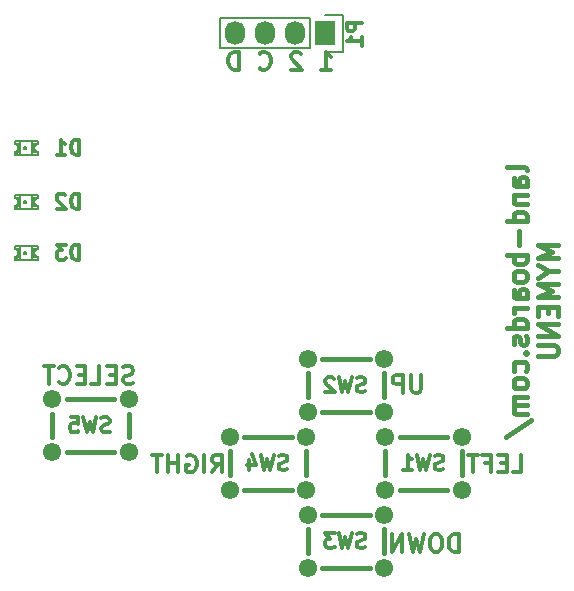
<source format=gbo>
%TF.GenerationSoftware,KiCad,Pcbnew,(6.0.1)*%
%TF.CreationDate,2022-06-07T12:31:47-04:00*%
%TF.ProjectId,MyMenu,4d794d65-6e75-42e6-9b69-6361645f7063,rev?*%
%TF.SameCoordinates,Original*%
%TF.FileFunction,Legend,Bot*%
%TF.FilePolarity,Positive*%
%FSLAX46Y46*%
G04 Gerber Fmt 4.6, Leading zero omitted, Abs format (unit mm)*
G04 Created by KiCad (PCBNEW (6.0.1)) date 2022-06-07 12:31:47*
%MOMM*%
%LPD*%
G01*
G04 APERTURE LIST*
%ADD10C,0.300000*%
%ADD11C,0.412750*%
%ADD12C,0.317500*%
%ADD13C,0.150000*%
%ADD14C,0.381000*%
%ADD15R,1.727200X2.032000*%
%ADD16O,1.727200X2.032000*%
%ADD17C,1.549400*%
G04 APERTURE END LIST*
D10*
X36484571Y-30928571D02*
X36484571Y-32142857D01*
X36413142Y-32285714D01*
X36341714Y-32357142D01*
X36198857Y-32428571D01*
X35913142Y-32428571D01*
X35770285Y-32357142D01*
X35698857Y-32285714D01*
X35627428Y-32142857D01*
X35627428Y-30928571D01*
X34913142Y-32428571D02*
X34913142Y-30928571D01*
X34341714Y-30928571D01*
X34198857Y-31000000D01*
X34127428Y-31071428D01*
X34056000Y-31214285D01*
X34056000Y-31428571D01*
X34127428Y-31571428D01*
X34198857Y-31642857D01*
X34341714Y-31714285D01*
X34913142Y-31714285D01*
X12092285Y-31619142D02*
X11878000Y-31690571D01*
X11520857Y-31690571D01*
X11378000Y-31619142D01*
X11306571Y-31547714D01*
X11235142Y-31404857D01*
X11235142Y-31262000D01*
X11306571Y-31119142D01*
X11378000Y-31047714D01*
X11520857Y-30976285D01*
X11806571Y-30904857D01*
X11949428Y-30833428D01*
X12020857Y-30762000D01*
X12092285Y-30619142D01*
X12092285Y-30476285D01*
X12020857Y-30333428D01*
X11949428Y-30262000D01*
X11806571Y-30190571D01*
X11449428Y-30190571D01*
X11235142Y-30262000D01*
X10592285Y-30904857D02*
X10092285Y-30904857D01*
X9878000Y-31690571D02*
X10592285Y-31690571D01*
X10592285Y-30190571D01*
X9878000Y-30190571D01*
X8520857Y-31690571D02*
X9235142Y-31690571D01*
X9235142Y-30190571D01*
X8020857Y-30904857D02*
X7520857Y-30904857D01*
X7306571Y-31690571D02*
X8020857Y-31690571D01*
X8020857Y-30190571D01*
X7306571Y-30190571D01*
X5806571Y-31547714D02*
X5878000Y-31619142D01*
X6092285Y-31690571D01*
X6235142Y-31690571D01*
X6449428Y-31619142D01*
X6592285Y-31476285D01*
X6663714Y-31333428D01*
X6735142Y-31047714D01*
X6735142Y-30833428D01*
X6663714Y-30547714D01*
X6592285Y-30404857D01*
X6449428Y-30262000D01*
X6235142Y-30190571D01*
X6092285Y-30190571D01*
X5878000Y-30262000D01*
X5806571Y-30333428D01*
X5378000Y-30190571D02*
X4520857Y-30190571D01*
X4949428Y-31690571D02*
X4949428Y-30190571D01*
X28011000Y-5071371D02*
X28868142Y-5071371D01*
X28439571Y-5071371D02*
X28439571Y-3571371D01*
X28582428Y-3785657D01*
X28725285Y-3928514D01*
X28868142Y-3999942D01*
X26296714Y-3714228D02*
X26225285Y-3642800D01*
X26082428Y-3571371D01*
X25725285Y-3571371D01*
X25582428Y-3642800D01*
X25511000Y-3714228D01*
X25439571Y-3857085D01*
X25439571Y-3999942D01*
X25511000Y-4214228D01*
X26368142Y-5071371D01*
X25439571Y-5071371D01*
X22796714Y-4928514D02*
X22868142Y-4999942D01*
X23082428Y-5071371D01*
X23225285Y-5071371D01*
X23439571Y-4999942D01*
X23582428Y-4857085D01*
X23653857Y-4714228D01*
X23725285Y-4428514D01*
X23725285Y-4214228D01*
X23653857Y-3928514D01*
X23582428Y-3785657D01*
X23439571Y-3642800D01*
X23225285Y-3571371D01*
X23082428Y-3571371D01*
X22868142Y-3642800D01*
X22796714Y-3714228D01*
X21011000Y-5071371D02*
X21011000Y-3571371D01*
X20653857Y-3571371D01*
X20439571Y-3642800D01*
X20296714Y-3785657D01*
X20225285Y-3928514D01*
X20153857Y-4214228D01*
X20153857Y-4428514D01*
X20225285Y-4714228D01*
X20296714Y-4857085D01*
X20439571Y-4999942D01*
X20653857Y-5071371D01*
X21011000Y-5071371D01*
X39647428Y-45914571D02*
X39647428Y-44414571D01*
X39290285Y-44414571D01*
X39076000Y-44486000D01*
X38933142Y-44628857D01*
X38861714Y-44771714D01*
X38790285Y-45057428D01*
X38790285Y-45271714D01*
X38861714Y-45557428D01*
X38933142Y-45700285D01*
X39076000Y-45843142D01*
X39290285Y-45914571D01*
X39647428Y-45914571D01*
X37861714Y-44414571D02*
X37576000Y-44414571D01*
X37433142Y-44486000D01*
X37290285Y-44628857D01*
X37218857Y-44914571D01*
X37218857Y-45414571D01*
X37290285Y-45700285D01*
X37433142Y-45843142D01*
X37576000Y-45914571D01*
X37861714Y-45914571D01*
X38004571Y-45843142D01*
X38147428Y-45700285D01*
X38218857Y-45414571D01*
X38218857Y-44914571D01*
X38147428Y-44628857D01*
X38004571Y-44486000D01*
X37861714Y-44414571D01*
X36718857Y-44414571D02*
X36361714Y-45914571D01*
X36076000Y-44843142D01*
X35790285Y-45914571D01*
X35433142Y-44414571D01*
X34861714Y-45914571D02*
X34861714Y-44414571D01*
X34004571Y-45914571D01*
X34004571Y-44414571D01*
X18760000Y-39183571D02*
X19260000Y-38469285D01*
X19617142Y-39183571D02*
X19617142Y-37683571D01*
X19045714Y-37683571D01*
X18902857Y-37755000D01*
X18831428Y-37826428D01*
X18760000Y-37969285D01*
X18760000Y-38183571D01*
X18831428Y-38326428D01*
X18902857Y-38397857D01*
X19045714Y-38469285D01*
X19617142Y-38469285D01*
X18117142Y-39183571D02*
X18117142Y-37683571D01*
X16617142Y-37755000D02*
X16760000Y-37683571D01*
X16974285Y-37683571D01*
X17188571Y-37755000D01*
X17331428Y-37897857D01*
X17402857Y-38040714D01*
X17474285Y-38326428D01*
X17474285Y-38540714D01*
X17402857Y-38826428D01*
X17331428Y-38969285D01*
X17188571Y-39112142D01*
X16974285Y-39183571D01*
X16831428Y-39183571D01*
X16617142Y-39112142D01*
X16545714Y-39040714D01*
X16545714Y-38540714D01*
X16831428Y-38540714D01*
X15902857Y-39183571D02*
X15902857Y-37683571D01*
X15902857Y-38397857D02*
X15045714Y-38397857D01*
X15045714Y-39183571D02*
X15045714Y-37683571D01*
X14545714Y-37683571D02*
X13688571Y-37683571D01*
X14117142Y-39183571D02*
X14117142Y-37683571D01*
X44223571Y-39183571D02*
X44937857Y-39183571D01*
X44937857Y-37683571D01*
X43723571Y-38397857D02*
X43223571Y-38397857D01*
X43009285Y-39183571D02*
X43723571Y-39183571D01*
X43723571Y-37683571D01*
X43009285Y-37683571D01*
X41866428Y-38397857D02*
X42366428Y-38397857D01*
X42366428Y-39183571D02*
X42366428Y-37683571D01*
X41652142Y-37683571D01*
X41295000Y-37683571D02*
X40437857Y-37683571D01*
X40866428Y-39183571D02*
X40866428Y-37683571D01*
D11*
X45391825Y-13592023D02*
X45313206Y-13434785D01*
X45155968Y-13356166D01*
X43740825Y-13356166D01*
X45391825Y-14928547D02*
X44527016Y-14928547D01*
X44369778Y-14849928D01*
X44291159Y-14692690D01*
X44291159Y-14378214D01*
X44369778Y-14220976D01*
X45313206Y-14928547D02*
X45391825Y-14771309D01*
X45391825Y-14378214D01*
X45313206Y-14220976D01*
X45155968Y-14142357D01*
X44998730Y-14142357D01*
X44841492Y-14220976D01*
X44762873Y-14378214D01*
X44762873Y-14771309D01*
X44684254Y-14928547D01*
X44291159Y-15714738D02*
X45391825Y-15714738D01*
X44448397Y-15714738D02*
X44369778Y-15793357D01*
X44291159Y-15950595D01*
X44291159Y-16186452D01*
X44369778Y-16343690D01*
X44527016Y-16422309D01*
X45391825Y-16422309D01*
X45391825Y-17916071D02*
X43740825Y-17916071D01*
X45313206Y-17916071D02*
X45391825Y-17758833D01*
X45391825Y-17444357D01*
X45313206Y-17287119D01*
X45234587Y-17208499D01*
X45077349Y-17129880D01*
X44605635Y-17129880D01*
X44448397Y-17208499D01*
X44369778Y-17287119D01*
X44291159Y-17444357D01*
X44291159Y-17758833D01*
X44369778Y-17916071D01*
X44762873Y-18702261D02*
X44762873Y-19960166D01*
X45391825Y-20746357D02*
X43740825Y-20746357D01*
X44369778Y-20746357D02*
X44291159Y-20903595D01*
X44291159Y-21218071D01*
X44369778Y-21375309D01*
X44448397Y-21453928D01*
X44605635Y-21532547D01*
X45077349Y-21532547D01*
X45234587Y-21453928D01*
X45313206Y-21375309D01*
X45391825Y-21218071D01*
X45391825Y-20903595D01*
X45313206Y-20746357D01*
X45391825Y-22475976D02*
X45313206Y-22318738D01*
X45234587Y-22240119D01*
X45077349Y-22161499D01*
X44605635Y-22161499D01*
X44448397Y-22240119D01*
X44369778Y-22318738D01*
X44291159Y-22475976D01*
X44291159Y-22711833D01*
X44369778Y-22869071D01*
X44448397Y-22947690D01*
X44605635Y-23026309D01*
X45077349Y-23026309D01*
X45234587Y-22947690D01*
X45313206Y-22869071D01*
X45391825Y-22711833D01*
X45391825Y-22475976D01*
X45391825Y-24441452D02*
X44527016Y-24441452D01*
X44369778Y-24362833D01*
X44291159Y-24205595D01*
X44291159Y-23891119D01*
X44369778Y-23733880D01*
X45313206Y-24441452D02*
X45391825Y-24284214D01*
X45391825Y-23891119D01*
X45313206Y-23733880D01*
X45155968Y-23655261D01*
X44998730Y-23655261D01*
X44841492Y-23733880D01*
X44762873Y-23891119D01*
X44762873Y-24284214D01*
X44684254Y-24441452D01*
X45391825Y-25227642D02*
X44291159Y-25227642D01*
X44605635Y-25227642D02*
X44448397Y-25306261D01*
X44369778Y-25384880D01*
X44291159Y-25542119D01*
X44291159Y-25699357D01*
X45391825Y-26957261D02*
X43740825Y-26957261D01*
X45313206Y-26957261D02*
X45391825Y-26800023D01*
X45391825Y-26485547D01*
X45313206Y-26328309D01*
X45234587Y-26249690D01*
X45077349Y-26171071D01*
X44605635Y-26171071D01*
X44448397Y-26249690D01*
X44369778Y-26328309D01*
X44291159Y-26485547D01*
X44291159Y-26800023D01*
X44369778Y-26957261D01*
X45313206Y-27664833D02*
X45391825Y-27822071D01*
X45391825Y-28136547D01*
X45313206Y-28293785D01*
X45155968Y-28372404D01*
X45077349Y-28372404D01*
X44920111Y-28293785D01*
X44841492Y-28136547D01*
X44841492Y-27900690D01*
X44762873Y-27743452D01*
X44605635Y-27664833D01*
X44527016Y-27664833D01*
X44369778Y-27743452D01*
X44291159Y-27900690D01*
X44291159Y-28136547D01*
X44369778Y-28293785D01*
X45234587Y-29079976D02*
X45313206Y-29158595D01*
X45391825Y-29079976D01*
X45313206Y-29001357D01*
X45234587Y-29079976D01*
X45391825Y-29079976D01*
X45313206Y-30573738D02*
X45391825Y-30416499D01*
X45391825Y-30102023D01*
X45313206Y-29944785D01*
X45234587Y-29866166D01*
X45077349Y-29787547D01*
X44605635Y-29787547D01*
X44448397Y-29866166D01*
X44369778Y-29944785D01*
X44291159Y-30102023D01*
X44291159Y-30416499D01*
X44369778Y-30573738D01*
X45391825Y-31517166D02*
X45313206Y-31359928D01*
X45234587Y-31281309D01*
X45077349Y-31202690D01*
X44605635Y-31202690D01*
X44448397Y-31281309D01*
X44369778Y-31359928D01*
X44291159Y-31517166D01*
X44291159Y-31753023D01*
X44369778Y-31910261D01*
X44448397Y-31988880D01*
X44605635Y-32067499D01*
X45077349Y-32067499D01*
X45234587Y-31988880D01*
X45313206Y-31910261D01*
X45391825Y-31753023D01*
X45391825Y-31517166D01*
X45391825Y-32775071D02*
X44291159Y-32775071D01*
X44448397Y-32775071D02*
X44369778Y-32853690D01*
X44291159Y-33010928D01*
X44291159Y-33246785D01*
X44369778Y-33404023D01*
X44527016Y-33482642D01*
X45391825Y-33482642D01*
X44527016Y-33482642D02*
X44369778Y-33561261D01*
X44291159Y-33718499D01*
X44291159Y-33954357D01*
X44369778Y-34111595D01*
X44527016Y-34190214D01*
X45391825Y-34190214D01*
X43662206Y-36155690D02*
X45784921Y-34740547D01*
X48049935Y-19960166D02*
X46398935Y-19960166D01*
X47578221Y-20510500D01*
X46398935Y-21060833D01*
X48049935Y-21060833D01*
X47263745Y-22161500D02*
X48049935Y-22161500D01*
X46398935Y-21611166D02*
X47263745Y-22161500D01*
X46398935Y-22711833D01*
X48049935Y-23262166D02*
X46398935Y-23262166D01*
X47578221Y-23812500D01*
X46398935Y-24362833D01*
X48049935Y-24362833D01*
X47185126Y-25149023D02*
X47185126Y-25699357D01*
X48049935Y-25935214D02*
X48049935Y-25149023D01*
X46398935Y-25149023D01*
X46398935Y-25935214D01*
X48049935Y-26642785D02*
X46398935Y-26642785D01*
X48049935Y-27586214D01*
X46398935Y-27586214D01*
X46398935Y-28372404D02*
X47735459Y-28372404D01*
X47892697Y-28451023D01*
X47971316Y-28529642D01*
X48049935Y-28686880D01*
X48049935Y-29001357D01*
X47971316Y-29158595D01*
X47892697Y-29237214D01*
X47735459Y-29315833D01*
X46398935Y-29315833D01*
D12*
%TO.C,P1*%
X31456923Y-1118619D02*
X30186923Y-1118619D01*
X30186923Y-1602428D01*
X30247400Y-1723380D01*
X30307876Y-1783857D01*
X30428828Y-1844333D01*
X30610257Y-1844333D01*
X30731209Y-1783857D01*
X30791685Y-1723380D01*
X30852161Y-1602428D01*
X30852161Y-1118619D01*
X31456923Y-3053857D02*
X31456923Y-2328142D01*
X31456923Y-2691000D02*
X30186923Y-2691000D01*
X30368352Y-2570047D01*
X30489304Y-2449095D01*
X30549780Y-2328142D01*
%TO.C,SW1*%
X38342533Y-38914047D02*
X38161104Y-38974523D01*
X37858723Y-38974523D01*
X37737771Y-38914047D01*
X37677295Y-38853571D01*
X37616819Y-38732619D01*
X37616819Y-38611666D01*
X37677295Y-38490714D01*
X37737771Y-38430238D01*
X37858723Y-38369761D01*
X38100628Y-38309285D01*
X38221580Y-38248809D01*
X38282057Y-38188333D01*
X38342533Y-38067380D01*
X38342533Y-37946428D01*
X38282057Y-37825476D01*
X38221580Y-37765000D01*
X38100628Y-37704523D01*
X37798247Y-37704523D01*
X37616819Y-37765000D01*
X37193485Y-37704523D02*
X36891104Y-38974523D01*
X36649200Y-38067380D01*
X36407295Y-38974523D01*
X36104914Y-37704523D01*
X34955866Y-38974523D02*
X35681580Y-38974523D01*
X35318723Y-38974523D02*
X35318723Y-37704523D01*
X35439676Y-37885952D01*
X35560628Y-38006904D01*
X35681580Y-38067380D01*
%TO.C,SW2*%
X31742533Y-32314047D02*
X31561104Y-32374523D01*
X31258723Y-32374523D01*
X31137771Y-32314047D01*
X31077295Y-32253571D01*
X31016819Y-32132619D01*
X31016819Y-32011666D01*
X31077295Y-31890714D01*
X31137771Y-31830238D01*
X31258723Y-31769761D01*
X31500628Y-31709285D01*
X31621580Y-31648809D01*
X31682057Y-31588333D01*
X31742533Y-31467380D01*
X31742533Y-31346428D01*
X31682057Y-31225476D01*
X31621580Y-31165000D01*
X31500628Y-31104523D01*
X31198247Y-31104523D01*
X31016819Y-31165000D01*
X30593485Y-31104523D02*
X30291104Y-32374523D01*
X30049199Y-31467380D01*
X29807295Y-32374523D01*
X29504914Y-31104523D01*
X29081580Y-31225476D02*
X29021104Y-31165000D01*
X28900152Y-31104523D01*
X28597771Y-31104523D01*
X28476819Y-31165000D01*
X28416342Y-31225476D01*
X28355866Y-31346428D01*
X28355866Y-31467380D01*
X28416342Y-31648809D01*
X29142057Y-32374523D01*
X28355866Y-32374523D01*
%TO.C,SW3*%
X31742533Y-45514047D02*
X31561104Y-45574523D01*
X31258723Y-45574523D01*
X31137771Y-45514047D01*
X31077295Y-45453571D01*
X31016819Y-45332619D01*
X31016819Y-45211666D01*
X31077295Y-45090714D01*
X31137771Y-45030238D01*
X31258723Y-44969761D01*
X31500628Y-44909285D01*
X31621580Y-44848809D01*
X31682057Y-44788333D01*
X31742533Y-44667380D01*
X31742533Y-44546428D01*
X31682057Y-44425476D01*
X31621580Y-44365000D01*
X31500628Y-44304523D01*
X31198247Y-44304523D01*
X31016819Y-44365000D01*
X30593485Y-44304523D02*
X30291104Y-45574523D01*
X30049199Y-44667380D01*
X29807295Y-45574523D01*
X29504914Y-44304523D01*
X29142057Y-44304523D02*
X28355866Y-44304523D01*
X28779199Y-44788333D01*
X28597771Y-44788333D01*
X28476819Y-44848809D01*
X28416342Y-44909285D01*
X28355866Y-45030238D01*
X28355866Y-45332619D01*
X28416342Y-45453571D01*
X28476819Y-45514047D01*
X28597771Y-45574523D01*
X28960628Y-45574523D01*
X29081580Y-45514047D01*
X29142057Y-45453571D01*
%TO.C,SW4*%
X25142533Y-38914047D02*
X24961104Y-38974523D01*
X24658723Y-38974523D01*
X24537771Y-38914047D01*
X24477295Y-38853571D01*
X24416819Y-38732619D01*
X24416819Y-38611666D01*
X24477295Y-38490714D01*
X24537771Y-38430238D01*
X24658723Y-38369761D01*
X24900628Y-38309285D01*
X25021580Y-38248809D01*
X25082057Y-38188333D01*
X25142533Y-38067380D01*
X25142533Y-37946428D01*
X25082057Y-37825476D01*
X25021580Y-37765000D01*
X24900628Y-37704523D01*
X24598247Y-37704523D01*
X24416819Y-37765000D01*
X23993485Y-37704523D02*
X23691104Y-38974523D01*
X23449199Y-38067380D01*
X23207295Y-38974523D01*
X22904914Y-37704523D01*
X21876819Y-38127857D02*
X21876819Y-38974523D01*
X22179199Y-37644047D02*
X22481580Y-38551190D01*
X21695390Y-38551190D01*
%TO.C,SW5*%
X10118533Y-35714047D02*
X9937104Y-35774523D01*
X9634723Y-35774523D01*
X9513771Y-35714047D01*
X9453295Y-35653571D01*
X9392819Y-35532619D01*
X9392819Y-35411666D01*
X9453295Y-35290714D01*
X9513771Y-35230238D01*
X9634723Y-35169761D01*
X9876628Y-35109285D01*
X9997580Y-35048809D01*
X10058057Y-34988333D01*
X10118533Y-34867380D01*
X10118533Y-34746428D01*
X10058057Y-34625476D01*
X9997580Y-34565000D01*
X9876628Y-34504523D01*
X9574247Y-34504523D01*
X9392819Y-34565000D01*
X8969485Y-34504523D02*
X8667104Y-35774523D01*
X8425200Y-34867380D01*
X8183295Y-35774523D01*
X7880914Y-34504523D01*
X6792342Y-34504523D02*
X7397104Y-34504523D01*
X7457580Y-35109285D01*
X7397104Y-35048809D01*
X7276152Y-34988333D01*
X6973771Y-34988333D01*
X6852819Y-35048809D01*
X6792342Y-35109285D01*
X6731866Y-35230238D01*
X6731866Y-35532619D01*
X6792342Y-35653571D01*
X6852819Y-35714047D01*
X6973771Y-35774523D01*
X7276152Y-35774523D01*
X7397104Y-35714047D01*
X7457580Y-35653571D01*
%TO.C,D1*%
X7541380Y-12282523D02*
X7541380Y-11012523D01*
X7239000Y-11012523D01*
X7057571Y-11073000D01*
X6936619Y-11193952D01*
X6876142Y-11314904D01*
X6815666Y-11556809D01*
X6815666Y-11738238D01*
X6876142Y-11980142D01*
X6936619Y-12101095D01*
X7057571Y-12222047D01*
X7239000Y-12282523D01*
X7541380Y-12282523D01*
X5606142Y-12282523D02*
X6331857Y-12282523D01*
X5969000Y-12282523D02*
X5969000Y-11012523D01*
X6089952Y-11193952D01*
X6210904Y-11314904D01*
X6331857Y-11375380D01*
%TO.C,D2*%
X7537380Y-16854523D02*
X7537380Y-15584523D01*
X7235000Y-15584523D01*
X7053571Y-15645000D01*
X6932619Y-15765952D01*
X6872142Y-15886904D01*
X6811666Y-16128809D01*
X6811666Y-16310238D01*
X6872142Y-16552142D01*
X6932619Y-16673095D01*
X7053571Y-16794047D01*
X7235000Y-16854523D01*
X7537380Y-16854523D01*
X6327857Y-15705476D02*
X6267380Y-15645000D01*
X6146428Y-15584523D01*
X5844047Y-15584523D01*
X5723095Y-15645000D01*
X5662619Y-15705476D01*
X5602142Y-15826428D01*
X5602142Y-15947380D01*
X5662619Y-16128809D01*
X6388333Y-16854523D01*
X5602142Y-16854523D01*
%TO.C,D3*%
X7541380Y-21172523D02*
X7541380Y-19902523D01*
X7239000Y-19902523D01*
X7057571Y-19963000D01*
X6936619Y-20083952D01*
X6876142Y-20204904D01*
X6815666Y-20446809D01*
X6815666Y-20628238D01*
X6876142Y-20870142D01*
X6936619Y-20991095D01*
X7057571Y-21112047D01*
X7239000Y-21172523D01*
X7541380Y-21172523D01*
X6392333Y-19902523D02*
X5606142Y-19902523D01*
X6029476Y-20386333D01*
X5848047Y-20386333D01*
X5727095Y-20446809D01*
X5666619Y-20507285D01*
X5606142Y-20628238D01*
X5606142Y-20930619D01*
X5666619Y-21051571D01*
X5727095Y-21112047D01*
X5848047Y-21172523D01*
X6210904Y-21172523D01*
X6331857Y-21112047D01*
X6392333Y-21051571D01*
D13*
%TO.C,P1*%
X28310000Y-3550000D02*
X29860000Y-3550000D01*
X27040000Y-3270000D02*
X19420000Y-3270000D01*
X27040000Y-730000D02*
X19420000Y-730000D01*
X29860000Y-3550000D02*
X29860000Y-450000D01*
X27040000Y-730000D02*
X27040000Y-3270000D01*
X29860000Y-450000D02*
X28310000Y-450000D01*
X19420000Y-3270000D02*
X19420000Y-730000D01*
D14*
%TO.C,SW1*%
X38698980Y-36149560D02*
X34701020Y-36149560D01*
X33448800Y-39149300D02*
X33448800Y-39400760D01*
X38698980Y-40650440D02*
X34701020Y-40650440D01*
X39951200Y-37399240D02*
X39951200Y-39400760D01*
X33448800Y-37399240D02*
X33448800Y-39149300D01*
%TO.C,SW2*%
X32098980Y-29549560D02*
X28101020Y-29549560D01*
X26848800Y-30799240D02*
X26848800Y-32549300D01*
X33351200Y-30799240D02*
X33351200Y-32800760D01*
X32098980Y-34050440D02*
X28101020Y-34050440D01*
X26848800Y-32549300D02*
X26848800Y-32800760D01*
%TO.C,SW3*%
X33351200Y-43999240D02*
X33351200Y-46000760D01*
X26848800Y-45749300D02*
X26848800Y-46000760D01*
X32098980Y-47250440D02*
X28101020Y-47250440D01*
X26848800Y-43999240D02*
X26848800Y-45749300D01*
X32098980Y-42749560D02*
X28101020Y-42749560D01*
%TO.C,SW4*%
X20248800Y-37399240D02*
X20248800Y-39149300D01*
X25498980Y-40650440D02*
X21501020Y-40650440D01*
X25498980Y-36149560D02*
X21501020Y-36149560D01*
X20248800Y-39149300D02*
X20248800Y-39400760D01*
X26751200Y-37399240D02*
X26751200Y-39400760D01*
%TO.C,SW5*%
X5224800Y-35949300D02*
X5224800Y-36200760D01*
X10474980Y-37450440D02*
X6477020Y-37450440D01*
X5224800Y-34199240D02*
X5224800Y-35949300D01*
X10474980Y-32949560D02*
X6477020Y-32949560D01*
X11727200Y-34199240D02*
X11727200Y-36200760D01*
D13*
%TO.C,D1*%
X2546160Y-11385420D02*
X2294700Y-11385420D01*
X3541840Y-12030580D02*
X3541840Y-11880720D01*
X2546160Y-11906120D02*
X2546160Y-11509880D01*
X2546160Y-11408280D02*
X2045780Y-11408280D01*
X2546160Y-11906120D02*
X2370900Y-11906120D01*
X4042220Y-11083160D02*
X3541840Y-11083160D01*
X2546160Y-12307440D02*
X2246440Y-12307440D01*
X3044000Y-11807060D02*
X2845880Y-11807060D01*
X2546160Y-11083160D02*
X2045780Y-11083160D01*
X3793300Y-11535280D02*
X3541840Y-11535280D01*
X3541840Y-11408280D02*
X3541840Y-11083160D01*
X2546160Y-12030580D02*
X2294700Y-12030580D01*
X2246440Y-12307440D02*
X2246440Y-12007720D01*
X4042220Y-12007720D02*
X3541840Y-12007720D01*
X4042220Y-12332840D02*
X4042220Y-12007720D01*
X2546160Y-11880720D02*
X2294700Y-11880720D01*
X3793300Y-12030580D02*
X3541840Y-12030580D01*
X3541840Y-11535280D02*
X3541840Y-11385420D01*
X2546160Y-11509880D02*
X2370900Y-11509880D01*
X2370900Y-11906120D02*
X2370900Y-11509880D01*
X2294700Y-11535280D02*
X2294700Y-11385420D01*
X3793300Y-11535280D02*
X3793300Y-11385420D01*
X3717100Y-11906120D02*
X3717100Y-11509880D01*
X2546160Y-12307440D02*
X2546160Y-12007720D01*
X3717100Y-11906120D02*
X3541840Y-11906120D01*
X3793300Y-11880720D02*
X3541840Y-11880720D01*
X2045780Y-12332840D02*
X2045780Y-12106780D01*
X2546160Y-12007720D02*
X2246440Y-12007720D01*
X2546160Y-11535280D02*
X2546160Y-11385420D01*
X2520760Y-11133960D02*
X3567240Y-11133960D01*
X3717100Y-11509880D02*
X3541840Y-11509880D01*
X3541840Y-11906120D02*
X3541840Y-11509880D01*
X2119440Y-12332840D02*
X2045780Y-12332840D01*
X2845880Y-11807060D02*
X2845880Y-11608940D01*
X2045780Y-11408280D02*
X2045780Y-11083160D01*
X4042220Y-12332840D02*
X3541840Y-12332840D01*
X2119440Y-12106780D02*
X2045780Y-12106780D01*
X3044000Y-11807060D02*
X3044000Y-11608940D01*
X2546160Y-12030580D02*
X2546160Y-11880720D01*
X4042220Y-11408280D02*
X3541840Y-11408280D01*
X3044000Y-11608940D02*
X2845880Y-11608940D01*
X2546160Y-11408280D02*
X2546160Y-11083160D01*
X3793300Y-11385420D02*
X3541840Y-11385420D01*
X3541840Y-12282040D02*
X2119440Y-12282040D01*
X3541840Y-12332840D02*
X3541840Y-12007720D01*
X4042220Y-11408280D02*
X4042220Y-11083160D01*
X2546160Y-11535280D02*
X2294700Y-11535280D01*
X2119440Y-12332840D02*
X2119440Y-12106780D01*
X3793300Y-12030580D02*
X3793300Y-11880720D01*
X2294700Y-12030580D02*
X2294700Y-11880720D01*
X4042220Y-11360020D02*
G75*
G03*
X4042220Y-12055980I0J-347980D01*
G01*
X2045780Y-12055980D02*
G75*
G03*
X2045780Y-11360020I0J347980D01*
G01*
X2267482Y-12157580D02*
G75*
G03*
X2267482Y-12157580I-71842J0D01*
G01*
%TO.C,D2*%
X2546160Y-16452720D02*
X2294700Y-16452720D01*
X3793300Y-16602580D02*
X3541840Y-16602580D01*
X3541840Y-16854040D02*
X2119440Y-16854040D01*
X3717100Y-16478120D02*
X3717100Y-16081880D01*
X2520760Y-15705960D02*
X3567240Y-15705960D01*
X3044000Y-16180940D02*
X2845880Y-16180940D01*
X3793300Y-16452720D02*
X3541840Y-16452720D01*
X2370900Y-16478120D02*
X2370900Y-16081880D01*
X4042220Y-15655160D02*
X3541840Y-15655160D01*
X3793300Y-15957420D02*
X3541840Y-15957420D01*
X2294700Y-16602580D02*
X2294700Y-16452720D01*
X2546160Y-16107280D02*
X2546160Y-15957420D01*
X3541840Y-15980280D02*
X3541840Y-15655160D01*
X4042220Y-16579720D02*
X3541840Y-16579720D01*
X2546160Y-15957420D02*
X2294700Y-15957420D01*
X2546160Y-15980280D02*
X2045780Y-15980280D01*
X3044000Y-16379060D02*
X2845880Y-16379060D01*
X2546160Y-16602580D02*
X2294700Y-16602580D01*
X3717100Y-16478120D02*
X3541840Y-16478120D01*
X3541840Y-16904840D02*
X3541840Y-16579720D01*
X4042220Y-15980280D02*
X3541840Y-15980280D01*
X3793300Y-16107280D02*
X3541840Y-16107280D01*
X4042220Y-16904840D02*
X4042220Y-16579720D01*
X4042220Y-16904840D02*
X3541840Y-16904840D01*
X2546160Y-15655160D02*
X2045780Y-15655160D01*
X3541840Y-16478120D02*
X3541840Y-16081880D01*
X4042220Y-15980280D02*
X4042220Y-15655160D01*
X3541840Y-16602580D02*
X3541840Y-16452720D01*
X2546160Y-16478120D02*
X2546160Y-16081880D01*
X2546160Y-16879440D02*
X2546160Y-16579720D01*
X3717100Y-16081880D02*
X3541840Y-16081880D01*
X2119440Y-16904840D02*
X2045780Y-16904840D01*
X3044000Y-16379060D02*
X3044000Y-16180940D01*
X3541840Y-16107280D02*
X3541840Y-15957420D01*
X2546160Y-16879440D02*
X2246440Y-16879440D01*
X2546160Y-16579720D02*
X2246440Y-16579720D01*
X2246440Y-16879440D02*
X2246440Y-16579720D01*
X2119440Y-16904840D02*
X2119440Y-16678780D01*
X2546160Y-16107280D02*
X2294700Y-16107280D01*
X2546160Y-15980280D02*
X2546160Y-15655160D01*
X2045780Y-15980280D02*
X2045780Y-15655160D01*
X2045780Y-16904840D02*
X2045780Y-16678780D01*
X2546160Y-16478120D02*
X2370900Y-16478120D01*
X2546160Y-16602580D02*
X2546160Y-16452720D01*
X3793300Y-16602580D02*
X3793300Y-16452720D01*
X2119440Y-16678780D02*
X2045780Y-16678780D01*
X3793300Y-16107280D02*
X3793300Y-15957420D01*
X2546160Y-16081880D02*
X2370900Y-16081880D01*
X2294700Y-16107280D02*
X2294700Y-15957420D01*
X2845880Y-16379060D02*
X2845880Y-16180940D01*
X2045780Y-16627980D02*
G75*
G03*
X2045780Y-15932020I0J347980D01*
G01*
X4042220Y-15932020D02*
G75*
G03*
X4042220Y-16627980I0J-347980D01*
G01*
X2267482Y-16729580D02*
G75*
G03*
X2267482Y-16729580I-71842J0D01*
G01*
%TO.C,D3*%
X2845880Y-20697060D02*
X2845880Y-20498940D01*
X2546160Y-20298280D02*
X2045780Y-20298280D01*
X3541840Y-21172040D02*
X2119440Y-21172040D01*
X3793300Y-20275420D02*
X3541840Y-20275420D01*
X3541840Y-20920580D02*
X3541840Y-20770720D01*
X2370900Y-20796120D02*
X2370900Y-20399880D01*
X2546160Y-20770720D02*
X2294700Y-20770720D01*
X3793300Y-20920580D02*
X3793300Y-20770720D01*
X2546160Y-20796120D02*
X2546160Y-20399880D01*
X2119440Y-21222840D02*
X2045780Y-21222840D01*
X3044000Y-20498940D02*
X2845880Y-20498940D01*
X3541840Y-20298280D02*
X3541840Y-19973160D01*
X2246440Y-21197440D02*
X2246440Y-20897720D01*
X3793300Y-20425280D02*
X3541840Y-20425280D01*
X3541840Y-20425280D02*
X3541840Y-20275420D01*
X2045780Y-21222840D02*
X2045780Y-20996780D01*
X4042220Y-21222840D02*
X4042220Y-20897720D01*
X3717100Y-20399880D02*
X3541840Y-20399880D01*
X3044000Y-20697060D02*
X3044000Y-20498940D01*
X4042220Y-19973160D02*
X3541840Y-19973160D01*
X2546160Y-20897720D02*
X2246440Y-20897720D01*
X2546160Y-20275420D02*
X2294700Y-20275420D01*
X2119440Y-21222840D02*
X2119440Y-20996780D01*
X3793300Y-20770720D02*
X3541840Y-20770720D01*
X3717100Y-20796120D02*
X3541840Y-20796120D01*
X2546160Y-20425280D02*
X2294700Y-20425280D01*
X2546160Y-20920580D02*
X2294700Y-20920580D01*
X4042220Y-20298280D02*
X4042220Y-19973160D01*
X2546160Y-21197440D02*
X2246440Y-21197440D01*
X2546160Y-20298280D02*
X2546160Y-19973160D01*
X4042220Y-20897720D02*
X3541840Y-20897720D01*
X3541840Y-20796120D02*
X3541840Y-20399880D01*
X2546160Y-20796120D02*
X2370900Y-20796120D01*
X2045780Y-20298280D02*
X2045780Y-19973160D01*
X2546160Y-20425280D02*
X2546160Y-20275420D01*
X3541840Y-21222840D02*
X3541840Y-20897720D01*
X2546160Y-20920580D02*
X2546160Y-20770720D01*
X3793300Y-20920580D02*
X3541840Y-20920580D01*
X2119440Y-20996780D02*
X2045780Y-20996780D01*
X2546160Y-19973160D02*
X2045780Y-19973160D01*
X4042220Y-20298280D02*
X3541840Y-20298280D01*
X4042220Y-21222840D02*
X3541840Y-21222840D01*
X2546160Y-21197440D02*
X2546160Y-20897720D01*
X3793300Y-20425280D02*
X3793300Y-20275420D01*
X2294700Y-20425280D02*
X2294700Y-20275420D01*
X3717100Y-20796120D02*
X3717100Y-20399880D01*
X2294700Y-20920580D02*
X2294700Y-20770720D01*
X2546160Y-20399880D02*
X2370900Y-20399880D01*
X3044000Y-20697060D02*
X2845880Y-20697060D01*
X2520760Y-20023960D02*
X3567240Y-20023960D01*
X2045780Y-20945980D02*
G75*
G03*
X2045780Y-20250020I0J347980D01*
G01*
X4042220Y-20250020D02*
G75*
G03*
X4042220Y-20945980I0J-347980D01*
G01*
X2267482Y-21047580D02*
G75*
G03*
X2267482Y-21047580I-71842J0D01*
G01*
%TD*%
D15*
%TO.C,P1*%
X28310000Y-2000000D03*
D16*
X25770000Y-2000000D03*
X23230000Y-2000000D03*
X20690000Y-2000000D03*
%TD*%
D17*
%TO.C,SW1*%
X39951200Y-36149560D03*
X33448800Y-36149560D03*
X39951200Y-40650440D03*
X33448800Y-40650440D03*
%TD*%
%TO.C,SW2*%
X33351200Y-29549560D03*
X26848800Y-29549560D03*
X33351200Y-34050440D03*
X26848800Y-34050440D03*
%TD*%
%TO.C,SW3*%
X33351200Y-42749560D03*
X26848800Y-42749560D03*
X33351200Y-47250440D03*
X26848800Y-47250440D03*
%TD*%
%TO.C,SW4*%
X26751200Y-36149560D03*
X20248800Y-36149560D03*
X26751200Y-40650440D03*
X20248800Y-40650440D03*
%TD*%
%TO.C,SW5*%
X11727200Y-32949560D03*
X5224800Y-32949560D03*
X11727200Y-37450440D03*
X5224800Y-37450440D03*
%TD*%
M02*

</source>
